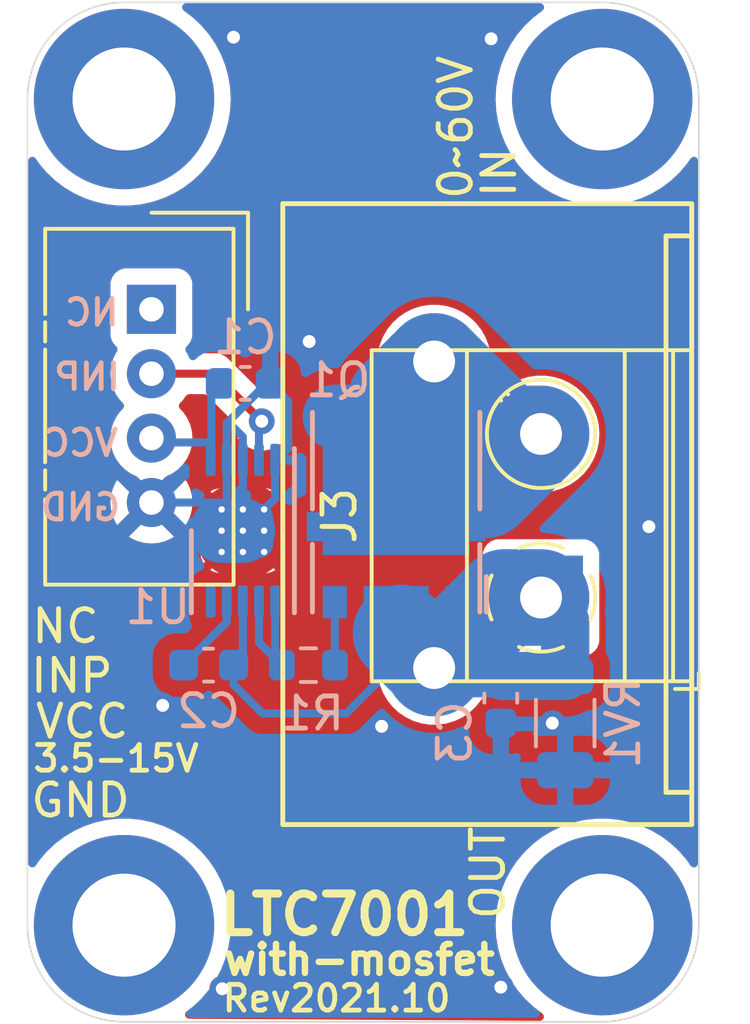
<source format=kicad_pcb>
(kicad_pcb (version 20221018) (generator pcbnew)
  (layers (0 "F.Cu" signal) (31 "B.Cu" signal) (34 "B.Paste" user) (35 "F.Paste" user) (36 "B.SilkS" user "B.Silkscreen") (37 "F.SilkS" user "F.Silkscreen") (38 "B.Mask" user) (39 "F.Mask" user) (44 "Edge.Cuts" user))
  (net 0 "")
  (net 1 "VCC")
  (net 2 "GND")
  (net 3 "/PowerOut")
  (net 4 "Net-(C2-Pad1)")
  (net 5 "/PowerIn")
  (net 6 "/INP")
  (net 7 "Net-(J2-Pad1)")
  (net 8 "/Gate")
  (net 9 "Net-(U1-Pad10)")
  (net 10 "Net-(Q1-Pad2)")
  (footprint "my-kicad-footprints:Terminal_9.52mm_1x02_1714971" (layer "F.Cu") (at 181.43 97.49 90)
    (fp_text reference "J1" hide)
    (fp_text value "Conn_01x02")
    (fp_line (start -4.86 -4.7) (end -4.86 8) (stroke (width 0.15)) (layer "F.SilkS"))
    (fp_line (start -4.86 8) (end 14.42 8) (stroke (width 0.15)) (layer "F.SilkS"))
    (fp_line (start -3.86 7.2) (end 13.42 7.2) (stroke (width 0.15)) (layer "F.SilkS"))
    (fp_line (start -3.86 8) (end -3.86 7.2) (stroke (width 0.15)) (layer "F.SilkS"))
    (fp_line (start 13.42 7.2) (end 13.42 8) (stroke (width 0.15)) (layer "F.SilkS"))
    (fp_line (start 14.42 -4.7) (end -4.86 -4.7) (stroke (width 0.15)) (layer "F.SilkS"))
    (fp_line (start 14.42 8) (end 14.42 -4.7) (stroke (width 0.15)) (layer "F.SilkS"))
    (pad "1" thru_hole circle (at 0 0 90) (size 2.5 2.5) (drill 1.3) (layers "*.Cu" "*.Mask") (net 3 "/PowerOut"))
    (pad "2" thru_hole circle (at 9.52 0 90) (size 2.5 2.5) (drill 1.3) (layers "*.Cu" "*.Mask") (net 5 "/PowerIn"))
  )
  (footprint "Connector:NS-Tech_Grove_1x04_P2mm_Vertical" (layer "F.Cu") (at 172.65 86.35)
    (fp_text reference "J2" hide)
    (fp_text value "Grove-I2C-connector")
    (fp_line (start -3.3 -2.5) (end -3.3 0.15) (stroke (width 0.12)) (layer "F.SilkS"))
    (fp_line (start -3.3 -2.5) (end 2.55 -2.5) (stroke (width 0.12)) (layer "F.SilkS"))
    (fp_line (start -3.3 0.4) (end -3.3 1) (stroke (width 0.12)) (layer "F.SilkS"))
    (fp_line (start -3.3 1.25) (end -3.3 4.75) (stroke (width 0.12)) (layer "F.SilkS"))
    (fp_line (start -3.3 5) (end -3.3 5.6) (stroke (width 0.12)) (layer "F.SilkS"))
    (fp_line (start -3.3 5.9) (end -3.3 8.55) (stroke (width 0.12)) (layer "F.SilkS"))
    (fp_line (start -3.3 8.55) (end 2.55 8.55) (stroke (width 0.12)) (layer "F.SilkS"))
    (fp_line (start 0 -3) (end 3 -3) (stroke (width 0.12)) (layer "F.SilkS"))
    (fp_line (start 2.55 -2.5) (end 2.55 8.55) (stroke (width 0.12)) (layer "F.SilkS"))
    (fp_line (start 3 -3) (end 3 0) (stroke (width 0.12)) (layer "F.SilkS"))
    (pad "1" thru_hole rect (at 0 0) (size 1.524 1.524) (drill 0.762) (layers "*.Cu" "*.Mask") (net 7 "Net-(J2-Pad1)"))
    (pad "2" thru_hole circle (at 0 2) (size 1.524 1.524) (drill 0.762) (layers "*.Cu" "*.Mask") (net 6 "/INP"))
    (pad "3" thru_hole circle (at 0 4) (size 1.524 1.524) (drill 0.762) (layers "*.Cu" "*.Mask") (net 1 "VCC"))
    (pad "4" thru_hole circle (at 0 6) (size 1.524 1.524) (drill 0.762) (layers "*.Cu" "*.Mask") (net 2 "GND"))
  )
  (footprint "MountingHole:MountingHole_3.2mm_M3_DIN965_Pad" (layer "F.Cu") (at 186.65 105.475)
    (fp_text reference "REF**" hide)
    (fp_text value "MountingHole_3.2mm_M3_DIN965_Pad" hide)
    (pad "1" thru_hole circle (at 0 0) (size 5.6 5.6) (drill 3.2) (layers "*.Cu" "*.Mask"))
  )
  (footprint "MountingHole:MountingHole_3.2mm_M3_DIN965_Pad" (layer "F.Cu") (at 186.65 79.82)
    (fp_text reference "REF**" hide)
    (fp_text value "MountingHole_3.2mm_M3_DIN965_Pad" hide)
    (pad "1" thru_hole circle (at 0 0) (size 5.6 5.6) (drill 3.2) (layers "*.Cu" "*.Mask"))
  )
  (footprint "MountingHole:MountingHole_3.2mm_M3_DIN965_Pad" (layer "F.Cu") (at 171.8 79.82)
    (fp_text reference "REF**" hide)
    (fp_text value "MountingHole_3.2mm_M3_DIN965_Pad" hide)
    (pad "1" thru_hole circle (at 0 0) (size 5.6 5.6) (drill 3.2) (layers "*.Cu" "*.Mask"))
  )
  (footprint "TerminalBlock_Phoenix:TerminalBlock_Phoenix_MKDS-1,5-2-5.08_1x02_P5.08mm_Horizontal" (layer "F.Cu") (at 184.75 95.3 90)
    (fp_text reference "J3" (at 2.54 -6.26 90) (layer "F.SilkS"))
    (fp_text value "Conn_01x02")
    (fp_line (start -2.84 4.16) (end -2.84 4.9) (stroke (width 0.12)) (layer "F.SilkS"))
    (fp_line (start -2.84 4.9) (end -2.34 4.9) (stroke (width 0.12)) (layer "F.SilkS"))
    (fp_line (start -2.6 -5.261) (end -2.6 4.66) (stroke (width 0.12)) (layer "F.SilkS"))
    (fp_line (start -2.6 -5.261) (end 7.68 -5.261) (stroke (width 0.12)) (layer "F.SilkS"))
    (fp_line (start -2.6 -2.301) (end 7.68 -2.301) (stroke (width 0.12)) (layer "F.SilkS"))
    (fp_line (start -2.6 2.6) (end 7.68 2.6) (stroke (width 0.12)) (layer "F.SilkS"))
    (fp_line (start -2.6 4.1) (end 7.68 4.1) (stroke (width 0.12)) (layer "F.SilkS"))
    (fp_line (start -2.6 4.66) (end 7.68 4.66) (stroke (width 0.12)) (layer "F.SilkS"))
    (fp_line (start 3.853 1.023) (end 3.806 1.069) (stroke (width 0.12)) (layer "F.SilkS"))
    (fp_line (start 4.046 1.239) (end 4.011 1.274) (stroke (width 0.12)) (layer "F.SilkS"))
    (fp_line (start 6.15 -1.275) (end 6.115 -1.239) (stroke (width 0.12)) (layer "F.SilkS"))
    (fp_line (start 6.355 -1.069) (end 6.308 -1.023) (stroke (width 0.12)) (layer "F.SilkS"))
    (fp_line (start 7.68 -5.261) (end 7.68 4.66) (stroke (width 0.12)) (layer "F.SilkS"))
    (fp_arc (start -1.535427 0.683042) (mid -1.680501 -0.000524) (end -1.535 -0.684) (stroke (width 0.12)) (layer "F.SilkS"))
    (fp_arc (start -0.683042 -1.535427) (mid 0.000524 -1.680501) (end 0.684 -1.535) (stroke (width 0.12)) (layer "F.SilkS"))
    (fp_arc (start 0.028805 1.680253) (mid -0.335551 1.646659) (end -0.684 1.535) (stroke (width 0.12)) (layer "F.SilkS"))
    (fp_arc (start 0.683318 1.534756) (mid 0.349292 1.643288) (end 0 1.68) (stroke (width 0.12)) (layer "F.SilkS"))
    (fp_arc (start 1.535427 -0.683042) (mid 1.680501 0.000524) (end 1.535 0.684) (stroke (width 0.12)) (layer "F.SilkS"))
    (fp_circle (center 5.08 0) (end 6.76 0) (stroke (width 0.12)) (fill none) (layer "F.SilkS"))
    (pad "1" thru_hole rect (at 0 0 90) (size 2.6 2.6) (drill 1.3) (layers "*.Cu" "*.Mask") (net 3 "/PowerOut"))
    (pad "2" thru_hole circle (at 5.08 0 90) (size 2.6 2.6) (drill 1.3) (layers "*.Cu" "*.Mask") (net 5 "/PowerIn"))
  )
  (footprint "MountingHole:MountingHole_3.2mm_M3_DIN965_Pad" (layer "F.Cu") (at 171.8 105.475)
    (fp_text reference "REF**" hide)
    (fp_text value "MountingHole_3.2mm_M3_DIN965_Pad" hide)
    (pad "1" thru_hole circle (at 0 0) (size 5.6 5.6) (drill 3.2) (layers "*.Cu" "*.Mask"))
  )
  (footprint "Capacitor_SMD:C_0603_1608Metric" (layer "B.Cu") (at 175.565 88.65 180)
    (fp_text reference "C1" (at 0 1.43) (layer "B.SilkS") (effects (justify mirror)))
    (fp_text value "1uf")
    (fp_line (start -0.14058 -0.51) (end 0.14058 -0.51) (stroke (width 0.12)) (layer "B.SilkS"))
    (fp_line (start -0.14058 0.51) (end 0.14058 0.51) (stroke (width 0.12)) (layer "B.SilkS"))
    (pad "1" smd roundrect (at -0.775 0 180) (size 0.9 0.95) (layers "B.Cu" "B.Paste" "B.Mask") (net 2 "GND"))
    (pad "2" smd roundrect (at 0.775 0 180) (size 0.9 0.95) (layers "B.Cu" "B.Paste" "B.Mask") (net 1 "VCC"))
  )
  (footprint "Capacitor_SMD:C_0603_1608Metric" (layer "B.Cu") (at 174.425 97.4)
    (fp_text reference "C2" (at 0 1.43) (layer "B.SilkS") (effects (justify mirror)))
    (fp_text value "0.1uf")
    (fp_line (start -0.14058 -0.51) (end 0.14058 -0.51) (stroke (width 0.12)) (layer "B.SilkS"))
    (fp_line (start -0.14058 0.51) (end 0.14058 0.51) (stroke (width 0.12)) (layer "B.SilkS"))
    (pad "1" smd roundrect (at -0.775 0) (size 0.9 0.95) (layers "B.Cu" "B.Paste" "B.Mask") (net 4 "Net-(C2-Pad1)"))
    (pad "2" smd roundrect (at 0.775 0) (size 0.9 0.95) (layers "B.Cu" "B.Paste" "B.Mask") (net 3 "/PowerOut"))
  )
  (footprint "my-kicad-footprints:DFN5" (layer "B.Cu") (at 180.25 92.65 180)
    (fp_text reference "Q1" (at 1.8 4.0975) (layer "B.SilkS") (effects (justify mirror)))
    (fp_text value "Q_NMOS_SGD")
    (fp_line (start -2.8 -2) (end -2.8 -3.1) (stroke (width 0.15)) (layer "B.SilkS"))
    (fp_line (start -2.6 -1) (end -2.6 -3.1) (stroke (width 0.15)) (layer "B.SilkS"))
    (fp_line (start -2.6 3.1) (end -2.6 0.1) (stroke (width 0.15)) (layer "B.SilkS"))
    (fp_line (start 2.6 -1) (end 2.6 -3.1) (stroke (width 0.15)) (layer "B.SilkS"))
    (fp_line (start 2.6 3.1) (end 2.6 0.1) (stroke (width 0.15)) (layer "B.SilkS"))
    (pad "1" smd rect (at -1.905 -2.795 180) (size 0.75 1) (layers "B.Cu" "B.Paste" "B.Mask") (net 3 "/PowerOut"))
    (pad "1" smd rect (at -0.635 -2.795 180) (size 0.75 1) (layers "B.Cu" "B.Paste" "B.Mask") (net 3 "/PowerOut"))
    (pad "1" smd rect (at 0.635 -2.795 180) (size 0.75 1) (layers "B.Cu" "B.Paste" "B.Mask") (net 3 "/PowerOut"))
    (pad "2" smd rect (at 1.905 -2.795 180) (size 0.75 1) (layers "B.Cu" "B.Paste" "B.Mask") (net 10 "Net-(Q1-Pad2)"))
    (pad "3" smd rect (at -2.5275 -0.4525 90) (size 0.905 0.495) (layers "B.Cu" "B.Paste" "B.Mask") (net 5 "/PowerIn"))
    (pad "3" smd rect (at -1.905 2.9625 180) (size 0.75 0.475) (layers "B.Cu" "B.Paste" "B.Mask") (net 5 "/PowerIn"))
    (pad "3" smd rect (at 0 0.6975 180) (size 4.56 4.055) (layers "B.Cu" "B.Paste" "B.Mask") (net 5 "/PowerIn"))
    (pad "3" smd rect (at 1.905 2.9625 180) (size 0.75 0.475) (layers "B.Cu" "B.Paste" "B.Mask") (net 5 "/PowerIn"))
    (pad "3" smd rect (at 2.5275 -0.4525 90) (size 0.905 0.495) (layers "B.Cu" "B.Paste" "B.Mask") (net 5 "/PowerIn"))
  )
  (footprint "my-kicad-footprints:GateDriver_LTC7004" (layer "B.Cu") (at 175.49 93.225)
    (fp_text reference "U1" (at -2.64 2.375) (layer "B.SilkS") (effects (justify mirror)))
    (fp_text value "GateDriver_LTC7004")
    (fp_line (start -1.6 2.55) (end -1.6 0) (stroke (width 0.15)) (layer "B.SilkS"))
    (fp_line (start 1.6 2.55) (end 1.6 -2.55) (stroke (width 0.15)) (layer "B.SilkS"))
    (pad "1" smd roundrect (at -1 -2.2) (size 0.3 1) (layers "B.Cu" "B.Paste" "B.Mask") (net 1 "VCC"))
    (pad "2" smd roundrect (at -0.5 -2.2) (size 0.3 1) (layers "B.Cu" "B.Paste" "B.Mask") (net 2 "GND"))
    (pad "3" smd roundrect (at 0 -2.2) (size 0.3 1) (layers "B.Cu" "B.Paste" "B.Mask") (net 2 "GND"))
    (pad "4" smd roundrect (at 0.5 -2.2) (size 0.3 1) (layers "B.Cu" "B.Paste" "B.Mask") (net 6 "/INP"))
    (pad "5" smd roundrect (at 1 -2.2) (size 0.3 1) (layers "B.Cu" "B.Paste" "B.Mask") (net 2 "GND"))
    (pad "6" smd roundrect (at 1 2.2) (size 0.3 1) (layers "B.Cu" "B.Paste" "B.Mask") (net 8 "/Gate"))
    (pad "7" smd roundrect (at 0.5 2.2) (size 0.3 1) (layers "B.Cu" "B.Paste" "B.Mask") (net 8 "/Gate"))
    (pad "8" smd roundrect (at 0 2.2) (size 0.3 1) (layers "B.Cu" "B.Paste" "B.Mask") (net 3 "/PowerOut"))
    (pad "9" smd roundrect (at -0.5 2.2) (size 0.3 1) (layers "B.Cu" "B.Paste" "B.Mask") (net 4 "Net-(C2-Pad1)"))
    (pad "10" smd roundrect (at -1 2.2) (size 0.3 1) (layers "B.Cu" "B.Paste" "B.Mask") (net 9 "Net-(U1-Pad10)"))
    (pad "11" thru_hole circle (at -0.66 -0.66) (size 0.3 0.3) (drill 0.2) (layers "*.Cu" "*.Mask") (net 2 "GND"))
    (pad "11" thru_hole circle (at -0.66 0) (size 0.3 0.3) (drill 0.2) (layers "*.Cu" "*.Mask") (net 2 "GND"))
    (pad "11" thru_hole circle (at -0.66 0.66) (size 0.3 0.3) (drill 0.2) (layers "*.Cu" "*.Mask") (net 2 "GND"))
    (pad "11" thru_hole circle (at 0 -0.66) (size 0.3 0.3) (drill 0.2) (layers "*.Cu" "*.Mask") (net 2 "GND"))
    (pad "11" thru_hole circle (at 0 0) (size 0.3 0.3) (drill 0.2) (layers "*.Cu" "*.Mask") (net 2 "GND"))
    (pad "11" smd roundrect (at 0 0) (size 1.88 1.68) (layers "B.Cu" "B.Paste" "B.Mask") (net 2 "GND"))
    (pad "11" thru_hole circle (at 0 0.66) (size 0.3 0.3) (drill 0.2) (layers "*.Cu" "*.Mask") (net 2 "GND"))
    (pad "11" thru_hole circle (at 0.66 -0.66) (size 0.3 0.3) (drill 0.2) (layers "*.Cu" "*.Mask") (net 2 "GND"))
    (pad "11" thru_hole circle (at 0.66 0) (size 0.3 0.3) (drill 0.2) (layers "*.Cu" "*.Mask") (net 2 "GND"))
    (pad "11" thru_hole circle (at 0.66 0.66) (size 0.3 0.3) (drill 0.2) (layers "*.Cu" "*.Mask") (net 2 "GND"))
  )
  (footprint "Capacitor_SMD:C_0603_1608Metric" (layer "B.Cu") (at 183.5 98.425 -90)
    (fp_text reference "C3" (at 1.075 1.43 90) (layer "B.SilkS") (effects (justify mirror)))
    (fp_text value "0.1uf")
    (fp_line (start -0.14058 -0.51) (end 0.14058 -0.51) (stroke (width 0.12)) (layer "B.SilkS"))
    (fp_line (start -0.14058 0.51) (end 0.14058 0.51) (stroke (width 0.12)) (layer "B.SilkS"))
    (pad "1" smd roundrect (at -0.775 0 270) (size 0.9 0.95) (layers "B.Cu" "B.Paste" "B.Mask") (net 3 "/PowerOut"))
    (pad "2" smd roundrect (at 0.775 0 270) (size 0.9 0.95) (layers "B.Cu" "B.Paste" "B.Mask") (net 2 "GND"))
  )
  (footprint "Resistor_SMD:R_0603_1608Metric" (layer "B.Cu") (at 177.525 97.4 180)
    (fp_text reference "R1" (at -0.125 -1.5) (layer "B.SilkS") (effects (justify mirror)))
    (fp_text value "100")
    (fp_line (start -0.237258 -0.5225) (end 0.237258 -0.5225) (stroke (width 0.12)) (layer "B.SilkS"))
    (fp_line (start -0.237258 0.5225) (end 0.237258 0.5225) (stroke (width 0.12)) (layer "B.SilkS"))
    (pad "1" smd roundrect (at -0.825 0 180) (size 0.8 0.95) (layers "B.Cu" "B.Paste" "B.Mask") (net 10 "Net-(Q1-Pad2)"))
    (pad "2" smd roundrect (at 0.825 0 180) (size 0.8 0.95) (layers "B.Cu" "B.Paste" "B.Mask") (net 8 "/Gate"))
  )
  (footprint "Resistor_SMD:R_1206_3216Metric" (layer "B.Cu") (at 185.5 99.2 -90)
    (fp_text reference "RV1" (at 0 -1.8 90) (layer "B.SilkS") (effects (justify mirror)))
    (fp_text value "Varistor")
    (fp_line (start -0.727064 -0.91) (end 0.727064 -0.91) (stroke (width 0.12)) (layer "B.SilkS"))
    (fp_line (start -0.727064 0.91) (end 0.727064 0.91) (stroke (width 0.12)) (layer "B.SilkS"))
    (pad "1" smd roundrect (at -1.4625 0 270) (size 1.125 1.75) (layers "B.Cu" "B.Paste" "B.Mask") (roundrect_rratio 0.222222) (net 3 "/PowerOut"))
    (pad "2" smd roundrect (at 1.4625 0 270) (size 1.125 1.75) (layers "B.Cu" "B.Paste" "B.Mask") (roundrect_rratio 0.222222) (net 2 "GND"))
  )
  (gr_arc (start 171.8 108.475) (mid 169.67868 107.59632) (end 168.8 105.475) (stroke (width 0.05)) (layer "Edge.Cuts"))
  (gr_arc (start 168.8 79.82) (mid 169.67868 77.69868) (end 171.8 76.82) (stroke (width 0.05)) (layer "Edge.Cuts"))
  (gr_arc (start 189.65 105.475) (mid 188.77132 107.59632) (end 186.65 108.475) (stroke (width 0.05)) (layer "Edge.Cuts"))
  (gr_line (start 189.65 105.475) (end 189.65 79.82) (stroke (width 0.05)) (layer "Edge.Cuts"))
  (gr_arc (start 186.65 76.82) (mid 188.77132 77.69868) (end 189.65 79.82) (stroke (width 0.05)) (layer "Edge.Cuts"))
  (gr_line (start 171.8 108.475) (end 186.65 108.475) (stroke (width 0.05)) (layer "Edge.Cuts"))
  (gr_line (start 168.8 79.82) (end 168.8 105.475) (stroke (width 0.05)) (layer "Edge.Cuts"))
  (gr_line (start 186.65 76.82) (end 171.8 76.82) (stroke (width 0.05)) (layer "Edge.Cuts"))
  (gr_text "GND" (at 170.45 92.5) (layer "B.SilkS") (effects (font (size 0.8 0.8)) (justify mirror)))
  (gr_text "INP" (at 170.65 88.45) (layer "B.SilkS") (effects (font (size 0.8 0.8)) (justify mirror)))
  (gr_text "NC" (at 170.8 86.45) (layer "B.SilkS") (effects (font (size 0.8 0.8)) (justify mirror)))
  (gr_text "VCC" (at 170.45 90.5) (layer "B.SilkS") (effects (font (size 0.8 0.8)) (justify mirror)))
  (gr_text "with-mosfet" (at 174.8 106.55) (layer "F.SilkS") (effects (font (size 0.9 0.9) (thickness 0.2)) (justify left)))
  (gr_text "INP" (at 170.18 97.73) (layer "F.SilkS") (effects (font (size 1 1))))
  (gr_text "Rev2021.10" (at 178.4 107.75) (layer "F.SilkS") (effects (font (size 0.8 0.8))))
  (gr_text "3.5-15V" (at 171.55 100.3) (layer "F.SilkS") (effects (font (size 0.8 0.8))))
  (gr_text "OUT" (at 183.1 103.85 90) (layer "F.SilkS") (effects (font (size 1 1))))
  (gr_text "GND" (at 170.45 101.6) (layer "F.SilkS") (effects (font (size 1 1))))
  (gr_text "IN" (at 183.45 82.1 90) (layer "F.SilkS") (effects (font (size 1 1))))
  (gr_text "NC" (at 169.98 96.19) (layer "F.SilkS") (effects (font (size 1 1))))
  (gr_text "LTC7001" (at 174.65 105.15) (layer "F.SilkS") (effects (font (size 1.2 1.2) (thickness 0.25)) (justify left)))
  (gr_text "0~60V" (at 182.1 80.7 90) (layer "F.SilkS") (effects (font (size 1 1))))
  (gr_text "VCC" (at 170.5 99.15) (layer "F.SilkS") (effects (font (size 1 1))))
  (segment (start 174.49 91.01) (end 174.51249 90.98751) (width 0.25) (layer "B.Cu") (net 1))
  (segment (start 174.49 91.075) (end 174.49 91.01) (width 0.25) (layer "B.Cu") (net 1))
  (segment (start 174.51249 90.485042) (end 172.785042 90.485042) (width 0.25) (layer "B.Cu") (net 1))
  (segment (start 172.785042 90.485042) (end 172.65 90.35) (width 0.25) (layer "B.Cu") (net 1))
  (segment (start 174.51249 88.92751) (end 174.51249 90.485042) (width 0.25) (layer "B.Cu") (net 1))
  (segment (start 174.51249 90.98751) (end 174.51249 90.485042) (width 0.25) (layer "B.Cu") (net 1))
  (segment (start 174.79 88.65) (end 174.51249 88.92751) (width 0.25) (layer "B.Cu") (net 1))
  (segment (start 175.49 93.225) (end 175.475 93.225) (width 3) (layer "F.Cu") (net 2))
  (via (at 183.5 107.4) (size 0.8) (drill 0.4) (layers "F.Cu" "B.Cu") (net 2))
  (via (at 188.1 93.1) (size 0.8) (drill 0.4) (layers "F.Cu" "B.Cu") (net 2))
  (via (at 177.55 87.35) (size 0.8) (drill 0.4) (layers "F.Cu" "B.Cu") (net 2))
  (via (at 179.8 99.3) (size 0.8) (drill 0.4) (layers "F.Cu" "B.Cu") (net 2))
  (via (at 173 98.65) (size 0.8) (drill 0.4) (layers "F.Cu" "B.Cu") (net 2))
  (via (at 183.2 77.95) (size 0.8) (drill 0.4) (layers "F.Cu" "B.Cu") (net 2))
  (via (at 174.85 107.45) (size 0.8) (drill 0.4) (layers "F.Cu" "B.Cu") (net 2))
  (via (at 175.2 77.9) (size 0.8) (drill 0.4) (layers "F.Cu" "B.Cu") (net 2))
  (via (at 185.1 99.2) (size 0.8) (drill 0.4) (layers "F.Cu" "B.Cu") (net 2))
  (segment (start 174.615 92.35) (end 175.49 93.225) (width 0.25) (layer "B.Cu") (net 2))
  (segment (start 176.49 92.225) (end 175.49 93.225) (width 0.25) (layer "B.Cu") (net 2))
  (segment (start 172.65 92.35) (end 174.615 92.35) (width 0.25) (layer "B.Cu") (net 2))
  (segment (start 175.063996 89.886998) (end 174.99 89.886998) (width 0.25) (layer "B.Cu") (net 2))
  (segment (start 176.9 89.21) (end 176.34 88.65) (width 0.25) (layer "B.Cu") (net 2))
  (segment (start 174.99 89.886998) (end 176.226998 88.65) (width 0.25) (layer "B.Cu") (net 2))
  (segment (start 176.9 90.665) (end 176.9 89.21) (width 0.25) (layer "B.Cu") (net 2))
  (segment (start 175.49 91.075) (end 175.49 90.513002) (width 0.25) (layer "B.Cu") (net 2))
  (segment (start 175.49 90.313002) (end 175.063996 89.886998) (width 0.25) (layer "B.Cu") (net 2))
  (segment (start 176.226998 88.65) (end 176.34 88.65) (width 0.25) (layer "B.Cu") (net 2))
  (segment (start 174.99 91.075) (end 174.99 89.886998) (width 0.25) (layer "B.Cu") (net 2))
  (segment (start 174.99 92.725) (end 175.49 93.225) (width 0.25) (layer "B.Cu") (net 2))
  (segment (start 175.49 91.025) (end 175.49 90.313002) (width 0.25) (layer "B.Cu") (net 2))
  (segment (start 175.49 91.075) (end 175.49 93.225) (width 0.25) (layer "B.Cu") (net 2))
  (segment (start 176.49 91.075) (end 176.49 92.225) (width 0.25) (layer "B.Cu") (net 2))
  (segment (start 176.49 91.075) (end 176.9 90.665) (width 0.25) (layer "B.Cu") (net 2))
  (segment (start 174.99 91.075) (end 174.99 92.725) (width 0.25) (layer "B.Cu") (net 2))
  (segment (start 174.99 90.013002) (end 174.99 89.886998) (width 0.25) (layer "B.Cu") (net 2))
  (segment (start 175.49 93.225) (end 174.83 93.225) (width 2) (layer "B.Cu") (net 2))
  (segment (start 178.7 98.9) (end 176.1 98.9) (width 0.25) (layer "B.Cu") (net 3))
  (segment (start 181.43 97.43) (end 180.4 96.4) (width 3) (layer "B.Cu") (net 3))
  (segment (start 183.5875 97.7375) (end 183.5 97.65) (width 1.5) (layer "B.Cu") (net 3))
  (segment (start 181.59 97.65) (end 181.43 97.49) (width 1.5) (layer "B.Cu") (net 3))
  (segment (start 179.615 95.445) (end 179.615 97.985) (width 0.25) (layer "B.Cu") (net 3))
  (segment (start 175.49 95.375) (end 175.49 97.11) (width 0.25) (layer "B.Cu") (net 3))
  (segment (start 179.615 97.985) (end 178.7 98.9) (width 0.25) (layer "B.Cu") (net 3))
  (segment (start 185.5 97.7375) (end 183.5875 97.7375) (width 1.5) (layer "B.Cu") (net 3))
  (segment (start 175.49 97.11) (end 175.2 97.4) (width 0.25) (layer "B.Cu") (net 3))
  (segment (start 184.75 95.3) (end 183.62 95.3) (width 3) (layer "B.Cu") (net 3))
  (segment (start 183.62 95.3) (end 181.43 97.49) (width 3) (layer "B.Cu") (net 3))
  (segment (start 183.5 97.65) (end 181.59 97.65) (width 1.5) (layer "B.Cu") (net 3))
  (segment (start 185.5 96.05) (end 184.75 95.3) (width 1.5) (layer "B.Cu") (net 3))
  (segment (start 175.2 98) (end 175.2 97.4) (width 0.25) (layer "B.Cu") (net 3))
  (segment (start 185.5 97.7375) (end 185.5 96.05) (width 1.5) (layer "B.Cu") (net 3))
  (segment (start 176.1 98.9) (end 175.2 98) (width 0.25) (layer "B.Cu") (net 3))
  (segment (start 181.43 97.49) (end 181.43 97.43) (width 3) (layer "B.Cu") (net 3))
  (segment (start 174.99 95.375) (end 174.99 96.06) (width 0.25) (layer "B.Cu") (net 4))
  (segment (start 174.99 96.06) (end 173.65 97.4) (width 0.25) (layer "B.Cu") (net 4))
  (segment (start 178.345 89.6875) (end 179.7125 89.6875) (width 2) (layer "B.Cu") (net 5))
  (segment (start 180.25 89.15) (end 181.43 87.97) (width 3) (layer "B.Cu") (net 5))
  (segment (start 179.7125 89.6875) (end 180.25 89.15) (width 2) (layer "B.Cu") (net 5))
  (segment (start 183.68 90.22) (end 181.43 87.97) (width 3) (layer "B.Cu") (net 5))
  (segment (start 179.1 93.1025) (end 180.25 91.9525) (width 0.25) (layer "B.Cu") (net 5))
  (segment (start 183.0175 91.9525) (end 184.75 90.22) (width 3) (layer "B.Cu") (net 5))
  (segment (start 177.7225 93.1025) (end 179.1 93.1025) (width 0.25) (layer "B.Cu") (net 5))
  (segment (start 180.25 91.9525) (end 183.0175 91.9525) (width 3) (layer "B.Cu") (net 5))
  (segment (start 180.25 91.9525) (end 180.25 89.15) (width 3) (layer "B.Cu") (net 5))
  (segment (start 184.75 90.22) (end 183.68 90.22) (width 3) (layer "B.Cu") (net 5))
  (segment (start 174.6 88.35) (end 172.65 88.35) (width 0.25) (layer "F.Cu") (net 6))
  (segment (start 176.076152 89.826152) (end 174.6 88.35) (width 0.25) (layer "F.Cu") (net 6))
  (via (at 176.076152 89.826152) (size 0.8) (drill 0.4) (layers "F.Cu" "B.Cu") (net 6))
  (segment (start 175.99 91.025) (end 175.99 89.912304) (width 0.25) (layer "B.Cu") (net 6))
  (segment (start 175.99 89.912304) (end 176.076152 89.826152) (width 0.25) (layer "B.Cu") (net 6))
  (segment (start 176.49 95.375) (end 176.49 97.19) (width 0.25) (layer "B.Cu") (net 8))
  (segment (start 175.99 96.69) (end 176.7 97.4) (width 0.25) (layer "B.Cu") (net 8))
  (segment (start 175.99 95.375) (end 175.99 96.69) (width 0.25) (layer "B.Cu") (net 8))
  (segment (start 176.49 97.19) (end 176.7 97.4) (width 0.25) (layer "B.Cu") (net 8))
  (segment (start 178.345 97.395) (end 178.35 97.4) (width 0.25) (layer "B.Cu") (net 10))
  (segment (start 178.345 95.445) (end 178.345 97.395) (width 0.25) (layer "B.Cu") (net 10))
  (zone (net 2) (net_name "GND") (layer "F.Cu") (connect_pads (clearance 0.508)) (min_thickness 0.254) (fill yes (thermal_gap 0.508) (thermal_bridge_width 0.508))
    (polygon (pts (xy 189.9 108.475) (xy 168.7 108.35) (xy 168.7 76.8) (xy 189.9 76.925)))
  )
  (zone (net 2) (net_name "GND") (layer "B.Cu") (connect_pads (clearance 0.508)) (min_thickness 0.254) (fill yes (thermal_gap 0.508) (thermal_bridge_width 0.508))
    (polygon (pts (xy 189.9 108.35) (xy 168.7 108.35) (xy 168.7 76.8) (xy 189.9 76.8)))
  )
)
</source>
